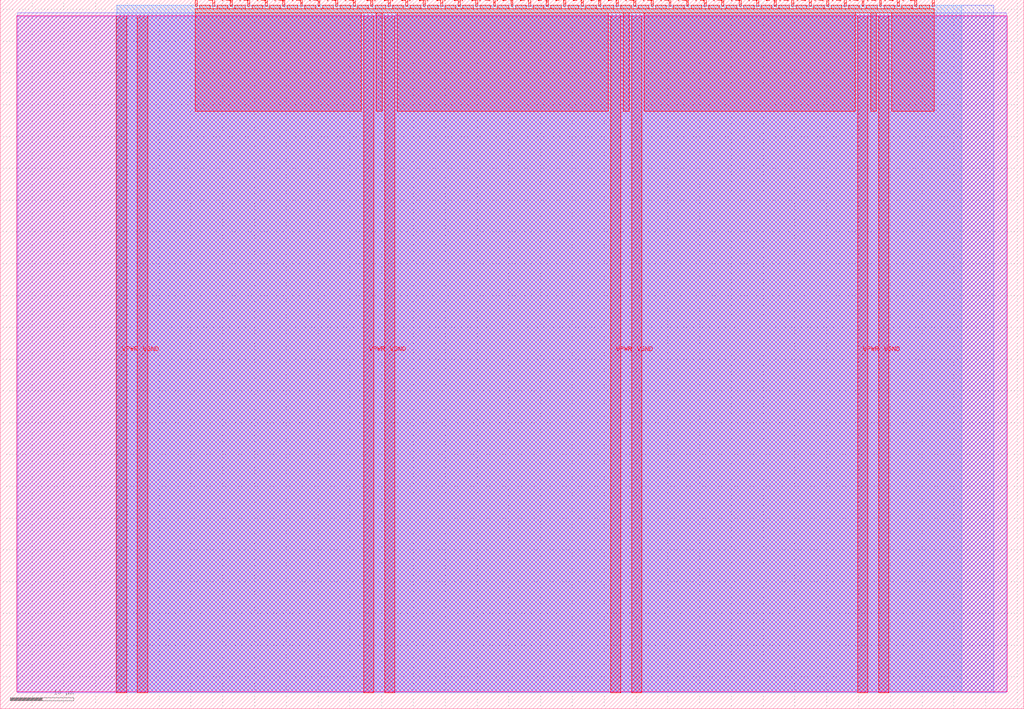
<source format=lef>
VERSION 5.7 ;
  NOWIREEXTENSIONATPIN ON ;
  DIVIDERCHAR "/" ;
  BUSBITCHARS "[]" ;
MACRO tt_um_ev_motor_control
  CLASS BLOCK ;
  FOREIGN tt_um_ev_motor_control ;
  ORIGIN 0.000 0.000 ;
  SIZE 161.000 BY 111.520 ;
  PIN VGND
    DIRECTION INOUT ;
    USE GROUND ;
    PORT
      LAYER met4 ;
        RECT 21.580 2.480 23.180 109.040 ;
    END
    PORT
      LAYER met4 ;
        RECT 60.450 2.480 62.050 109.040 ;
    END
    PORT
      LAYER met4 ;
        RECT 99.320 2.480 100.920 109.040 ;
    END
    PORT
      LAYER met4 ;
        RECT 138.190 2.480 139.790 109.040 ;
    END
  END VGND
  PIN VPWR
    DIRECTION INOUT ;
    USE POWER ;
    PORT
      LAYER met4 ;
        RECT 18.280 2.480 19.880 109.040 ;
    END
    PORT
      LAYER met4 ;
        RECT 57.150 2.480 58.750 109.040 ;
    END
    PORT
      LAYER met4 ;
        RECT 96.020 2.480 97.620 109.040 ;
    END
    PORT
      LAYER met4 ;
        RECT 134.890 2.480 136.490 109.040 ;
    END
  END VPWR
  PIN clk
    DIRECTION INPUT ;
    USE SIGNAL ;
    ANTENNAGATEAREA 0.852000 ;
    PORT
      LAYER met4 ;
        RECT 143.830 110.520 144.130 111.520 ;
    END
  END clk
  PIN ena
    DIRECTION INPUT ;
    USE SIGNAL ;
    ANTENNAGATEAREA 0.213000 ;
    PORT
      LAYER met4 ;
        RECT 146.590 110.520 146.890 111.520 ;
    END
  END ena
  PIN rst_n
    DIRECTION INPUT ;
    USE SIGNAL ;
    ANTENNAGATEAREA 0.196500 ;
    PORT
      LAYER met4 ;
        RECT 141.070 110.520 141.370 111.520 ;
    END
  END rst_n
  PIN ui_in[0]
    DIRECTION INPUT ;
    USE SIGNAL ;
    ANTENNAGATEAREA 0.196500 ;
    PORT
      LAYER met4 ;
        RECT 138.310 110.520 138.610 111.520 ;
    END
  END ui_in[0]
  PIN ui_in[1]
    DIRECTION INPUT ;
    USE SIGNAL ;
    ANTENNAGATEAREA 0.196500 ;
    PORT
      LAYER met4 ;
        RECT 135.550 110.520 135.850 111.520 ;
    END
  END ui_in[1]
  PIN ui_in[2]
    DIRECTION INPUT ;
    USE SIGNAL ;
    ANTENNAGATEAREA 0.196500 ;
    PORT
      LAYER met4 ;
        RECT 132.790 110.520 133.090 111.520 ;
    END
  END ui_in[2]
  PIN ui_in[3]
    DIRECTION INPUT ;
    USE SIGNAL ;
    ANTENNAGATEAREA 0.196500 ;
    PORT
      LAYER met4 ;
        RECT 130.030 110.520 130.330 111.520 ;
    END
  END ui_in[3]
  PIN ui_in[4]
    DIRECTION INPUT ;
    USE SIGNAL ;
    ANTENNAGATEAREA 0.196500 ;
    PORT
      LAYER met4 ;
        RECT 127.270 110.520 127.570 111.520 ;
    END
  END ui_in[4]
  PIN ui_in[5]
    DIRECTION INPUT ;
    USE SIGNAL ;
    PORT
      LAYER met4 ;
        RECT 124.510 110.520 124.810 111.520 ;
    END
  END ui_in[5]
  PIN ui_in[6]
    DIRECTION INPUT ;
    USE SIGNAL ;
    ANTENNAGATEAREA 0.196500 ;
    PORT
      LAYER met4 ;
        RECT 121.750 110.520 122.050 111.520 ;
    END
  END ui_in[6]
  PIN ui_in[7]
    DIRECTION INPUT ;
    USE SIGNAL ;
    ANTENNAGATEAREA 0.196500 ;
    PORT
      LAYER met4 ;
        RECT 118.990 110.520 119.290 111.520 ;
    END
  END ui_in[7]
  PIN uio_in[0]
    DIRECTION INPUT ;
    USE SIGNAL ;
    ANTENNAGATEAREA 0.196500 ;
    PORT
      LAYER met4 ;
        RECT 116.230 110.520 116.530 111.520 ;
    END
  END uio_in[0]
  PIN uio_in[1]
    DIRECTION INPUT ;
    USE SIGNAL ;
    ANTENNAGATEAREA 0.196500 ;
    PORT
      LAYER met4 ;
        RECT 113.470 110.520 113.770 111.520 ;
    END
  END uio_in[1]
  PIN uio_in[2]
    DIRECTION INPUT ;
    USE SIGNAL ;
    ANTENNAGATEAREA 0.196500 ;
    PORT
      LAYER met4 ;
        RECT 110.710 110.520 111.010 111.520 ;
    END
  END uio_in[2]
  PIN uio_in[3]
    DIRECTION INPUT ;
    USE SIGNAL ;
    ANTENNAGATEAREA 0.196500 ;
    PORT
      LAYER met4 ;
        RECT 107.950 110.520 108.250 111.520 ;
    END
  END uio_in[3]
  PIN uio_in[4]
    DIRECTION INPUT ;
    USE SIGNAL ;
    ANTENNAGATEAREA 0.196500 ;
    PORT
      LAYER met4 ;
        RECT 105.190 110.520 105.490 111.520 ;
    END
  END uio_in[4]
  PIN uio_in[5]
    DIRECTION INPUT ;
    USE SIGNAL ;
    ANTENNAGATEAREA 0.196500 ;
    PORT
      LAYER met4 ;
        RECT 102.430 110.520 102.730 111.520 ;
    END
  END uio_in[5]
  PIN uio_in[6]
    DIRECTION INPUT ;
    USE SIGNAL ;
    ANTENNAGATEAREA 0.196500 ;
    PORT
      LAYER met4 ;
        RECT 99.670 110.520 99.970 111.520 ;
    END
  END uio_in[6]
  PIN uio_in[7]
    DIRECTION INPUT ;
    USE SIGNAL ;
    ANTENNAGATEAREA 0.196500 ;
    PORT
      LAYER met4 ;
        RECT 96.910 110.520 97.210 111.520 ;
    END
  END uio_in[7]
  PIN uio_oe[0]
    DIRECTION OUTPUT ;
    USE SIGNAL ;
    PORT
      LAYER met4 ;
        RECT 49.990 110.520 50.290 111.520 ;
    END
  END uio_oe[0]
  PIN uio_oe[1]
    DIRECTION OUTPUT ;
    USE SIGNAL ;
    PORT
      LAYER met4 ;
        RECT 47.230 110.520 47.530 111.520 ;
    END
  END uio_oe[1]
  PIN uio_oe[2]
    DIRECTION OUTPUT ;
    USE SIGNAL ;
    PORT
      LAYER met4 ;
        RECT 44.470 110.520 44.770 111.520 ;
    END
  END uio_oe[2]
  PIN uio_oe[3]
    DIRECTION OUTPUT ;
    USE SIGNAL ;
    PORT
      LAYER met4 ;
        RECT 41.710 110.520 42.010 111.520 ;
    END
  END uio_oe[3]
  PIN uio_oe[4]
    DIRECTION OUTPUT ;
    USE SIGNAL ;
    PORT
      LAYER met4 ;
        RECT 38.950 110.520 39.250 111.520 ;
    END
  END uio_oe[4]
  PIN uio_oe[5]
    DIRECTION OUTPUT ;
    USE SIGNAL ;
    PORT
      LAYER met4 ;
        RECT 36.190 110.520 36.490 111.520 ;
    END
  END uio_oe[5]
  PIN uio_oe[6]
    DIRECTION OUTPUT ;
    USE SIGNAL ;
    PORT
      LAYER met4 ;
        RECT 33.430 110.520 33.730 111.520 ;
    END
  END uio_oe[6]
  PIN uio_oe[7]
    DIRECTION OUTPUT ;
    USE SIGNAL ;
    PORT
      LAYER met4 ;
        RECT 30.670 110.520 30.970 111.520 ;
    END
  END uio_oe[7]
  PIN uio_out[0]
    DIRECTION OUTPUT ;
    USE SIGNAL ;
    ANTENNAGATEAREA 0.747000 ;
    ANTENNADIFFAREA 0.891000 ;
    PORT
      LAYER met4 ;
        RECT 72.070 110.520 72.370 111.520 ;
    END
  END uio_out[0]
  PIN uio_out[1]
    DIRECTION OUTPUT ;
    USE SIGNAL ;
    ANTENNAGATEAREA 0.873000 ;
    ANTENNADIFFAREA 0.891000 ;
    PORT
      LAYER met4 ;
        RECT 69.310 110.520 69.610 111.520 ;
    END
  END uio_out[1]
  PIN uio_out[2]
    DIRECTION OUTPUT ;
    USE SIGNAL ;
    ANTENNAGATEAREA 0.994500 ;
    ANTENNADIFFAREA 0.891000 ;
    PORT
      LAYER met4 ;
        RECT 66.550 110.520 66.850 111.520 ;
    END
  END uio_out[2]
  PIN uio_out[3]
    DIRECTION OUTPUT ;
    USE SIGNAL ;
    ANTENNAGATEAREA 0.994500 ;
    ANTENNADIFFAREA 0.891000 ;
    PORT
      LAYER met4 ;
        RECT 63.790 110.520 64.090 111.520 ;
    END
  END uio_out[3]
  PIN uio_out[4]
    DIRECTION OUTPUT ;
    USE SIGNAL ;
    ANTENNAGATEAREA 0.873000 ;
    ANTENNADIFFAREA 0.891000 ;
    PORT
      LAYER met4 ;
        RECT 61.030 110.520 61.330 111.520 ;
    END
  END uio_out[4]
  PIN uio_out[5]
    DIRECTION OUTPUT ;
    USE SIGNAL ;
    ANTENNAGATEAREA 0.994500 ;
    ANTENNADIFFAREA 0.891000 ;
    PORT
      LAYER met4 ;
        RECT 58.270 110.520 58.570 111.520 ;
    END
  END uio_out[5]
  PIN uio_out[6]
    DIRECTION OUTPUT ;
    USE SIGNAL ;
    ANTENNAGATEAREA 0.747000 ;
    ANTENNADIFFAREA 0.891000 ;
    PORT
      LAYER met4 ;
        RECT 55.510 110.520 55.810 111.520 ;
    END
  END uio_out[6]
  PIN uio_out[7]
    DIRECTION OUTPUT ;
    USE SIGNAL ;
    ANTENNAGATEAREA 0.747000 ;
    ANTENNADIFFAREA 0.891000 ;
    PORT
      LAYER met4 ;
        RECT 52.750 110.520 53.050 111.520 ;
    END
  END uio_out[7]
  PIN uo_out[0]
    DIRECTION OUTPUT ;
    USE SIGNAL ;
    ANTENNADIFFAREA 0.445500 ;
    PORT
      LAYER met4 ;
        RECT 94.150 110.520 94.450 111.520 ;
    END
  END uo_out[0]
  PIN uo_out[1]
    DIRECTION OUTPUT ;
    USE SIGNAL ;
    ANTENNADIFFAREA 0.795200 ;
    PORT
      LAYER met4 ;
        RECT 91.390 110.520 91.690 111.520 ;
    END
  END uo_out[1]
  PIN uo_out[2]
    DIRECTION OUTPUT ;
    USE SIGNAL ;
    ANTENNADIFFAREA 0.795200 ;
    PORT
      LAYER met4 ;
        RECT 88.630 110.520 88.930 111.520 ;
    END
  END uo_out[2]
  PIN uo_out[3]
    DIRECTION OUTPUT ;
    USE SIGNAL ;
    ANTENNADIFFAREA 0.795200 ;
    PORT
      LAYER met4 ;
        RECT 85.870 110.520 86.170 111.520 ;
    END
  END uo_out[3]
  PIN uo_out[4]
    DIRECTION OUTPUT ;
    USE SIGNAL ;
    ANTENNADIFFAREA 0.445500 ;
    PORT
      LAYER met4 ;
        RECT 83.110 110.520 83.410 111.520 ;
    END
  END uo_out[4]
  PIN uo_out[5]
    DIRECTION OUTPUT ;
    USE SIGNAL ;
    ANTENNADIFFAREA 0.445500 ;
    PORT
      LAYER met4 ;
        RECT 80.350 110.520 80.650 111.520 ;
    END
  END uo_out[5]
  PIN uo_out[6]
    DIRECTION OUTPUT ;
    USE SIGNAL ;
    ANTENNADIFFAREA 0.445500 ;
    PORT
      LAYER met4 ;
        RECT 77.590 110.520 77.890 111.520 ;
    END
  END uo_out[6]
  PIN uo_out[7]
    DIRECTION OUTPUT ;
    USE SIGNAL ;
    ANTENNADIFFAREA 0.445500 ;
    PORT
      LAYER met4 ;
        RECT 74.830 110.520 75.130 111.520 ;
    END
  END uo_out[7]
  OBS
      LAYER nwell ;
        RECT 2.570 2.635 158.430 108.990 ;
      LAYER li1 ;
        RECT 2.760 2.635 158.240 108.885 ;
      LAYER met1 ;
        RECT 2.760 2.480 158.240 109.440 ;
      LAYER met2 ;
        RECT 18.310 2.535 156.300 110.685 ;
      LAYER met3 ;
        RECT 18.290 2.555 151.275 110.665 ;
      LAYER met4 ;
        RECT 31.370 110.120 33.030 110.665 ;
        RECT 34.130 110.120 35.790 110.665 ;
        RECT 36.890 110.120 38.550 110.665 ;
        RECT 39.650 110.120 41.310 110.665 ;
        RECT 42.410 110.120 44.070 110.665 ;
        RECT 45.170 110.120 46.830 110.665 ;
        RECT 47.930 110.120 49.590 110.665 ;
        RECT 50.690 110.120 52.350 110.665 ;
        RECT 53.450 110.120 55.110 110.665 ;
        RECT 56.210 110.120 57.870 110.665 ;
        RECT 58.970 110.120 60.630 110.665 ;
        RECT 61.730 110.120 63.390 110.665 ;
        RECT 64.490 110.120 66.150 110.665 ;
        RECT 67.250 110.120 68.910 110.665 ;
        RECT 70.010 110.120 71.670 110.665 ;
        RECT 72.770 110.120 74.430 110.665 ;
        RECT 75.530 110.120 77.190 110.665 ;
        RECT 78.290 110.120 79.950 110.665 ;
        RECT 81.050 110.120 82.710 110.665 ;
        RECT 83.810 110.120 85.470 110.665 ;
        RECT 86.570 110.120 88.230 110.665 ;
        RECT 89.330 110.120 90.990 110.665 ;
        RECT 92.090 110.120 93.750 110.665 ;
        RECT 94.850 110.120 96.510 110.665 ;
        RECT 97.610 110.120 99.270 110.665 ;
        RECT 100.370 110.120 102.030 110.665 ;
        RECT 103.130 110.120 104.790 110.665 ;
        RECT 105.890 110.120 107.550 110.665 ;
        RECT 108.650 110.120 110.310 110.665 ;
        RECT 111.410 110.120 113.070 110.665 ;
        RECT 114.170 110.120 115.830 110.665 ;
        RECT 116.930 110.120 118.590 110.665 ;
        RECT 119.690 110.120 121.350 110.665 ;
        RECT 122.450 110.120 124.110 110.665 ;
        RECT 125.210 110.120 126.870 110.665 ;
        RECT 127.970 110.120 129.630 110.665 ;
        RECT 130.730 110.120 132.390 110.665 ;
        RECT 133.490 110.120 135.150 110.665 ;
        RECT 136.250 110.120 137.910 110.665 ;
        RECT 139.010 110.120 140.670 110.665 ;
        RECT 141.770 110.120 143.430 110.665 ;
        RECT 144.530 110.120 146.190 110.665 ;
        RECT 30.655 109.440 146.905 110.120 ;
        RECT 30.655 94.015 56.750 109.440 ;
        RECT 59.150 94.015 60.050 109.440 ;
        RECT 62.450 94.015 95.620 109.440 ;
        RECT 98.020 94.015 98.920 109.440 ;
        RECT 101.320 94.015 134.490 109.440 ;
        RECT 136.890 94.015 137.790 109.440 ;
        RECT 140.190 94.015 146.905 109.440 ;
  END
END tt_um_ev_motor_control
END LIBRARY


</source>
